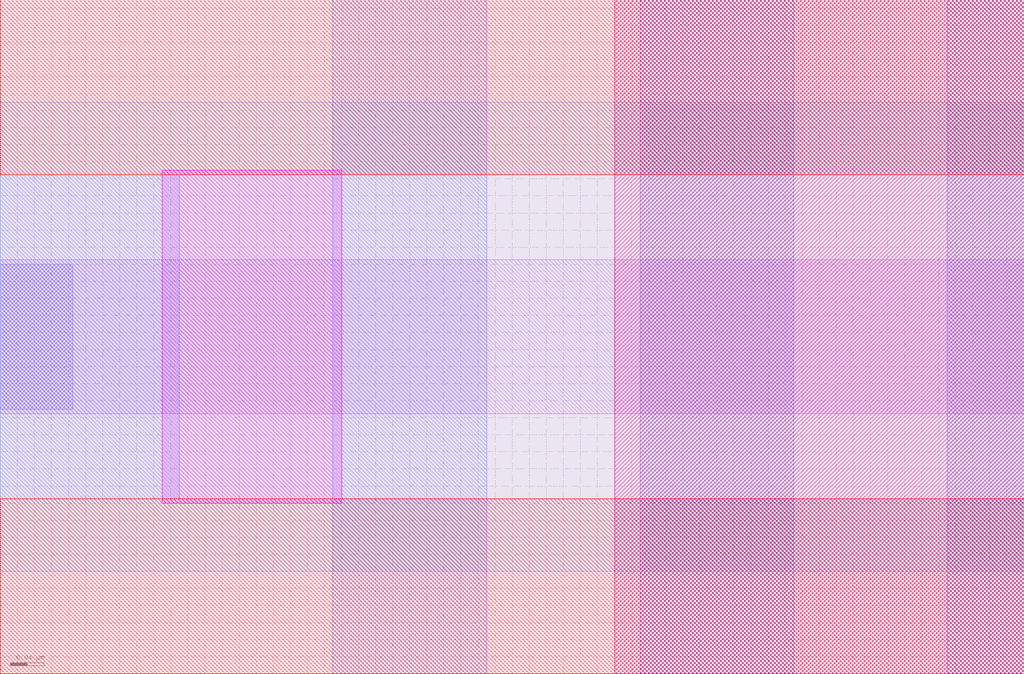
<source format=lef>
# Copyright 2020 The SkyWater PDK Authors
#
# Licensed under the Apache License, Version 2.0 (the "License");
# you may not use this file except in compliance with the License.
# You may obtain a copy of the License at
#
#     https://www.apache.org/licenses/LICENSE-2.0
#
# Unless required by applicable law or agreed to in writing, software
# distributed under the License is distributed on an "AS IS" BASIS,
# WITHOUT WARRANTIES OR CONDITIONS OF ANY KIND, either express or implied.
# See the License for the specific language governing permissions and
# limitations under the License.
#
# SPDX-License-Identifier: Apache-2.0

VERSION 5.7 ;
  NOWIREEXTENSIONATPIN ON ;
  DIVIDERCHAR "/" ;
  BUSBITCHARS "[]" ;
MACRO sky130_fd_bd_sram__sram_dp_horstrap_half
  CLASS BLOCK ;
  FOREIGN sky130_fd_bd_sram__sram_dp_horstrap_half ;
  ORIGIN  0.000000  0.000000 ;
  SIZE  1.200000 BY  0.790000 ;
  OBS
    LAYER li1 ;
      RECT 0.000000 0.305000 1.200000 0.485000 ;
    LAYER mcon ;
      RECT 0.000000 0.310000 0.085000 0.480000 ;
    LAYER met1 ;
      RECT 0.000000 0.205000 0.210000 0.585000 ;
      RECT 0.390000 0.000000 0.570000 0.790000 ;
      RECT 0.750000 0.000000 0.930000 0.790000 ;
      RECT 1.110000 0.000000 1.200000 0.790000 ;
    LAYER met2 ;
      RECT 0.000000 0.120000 1.200000 0.670000 ;
    LAYER met3 ;
      RECT 0.000000 0.000000 1.200000 0.205000 ;
      RECT 0.000000 0.585000 1.200000 0.790000 ;
    LAYER nwell ;
      RECT 0.720000 0.000000 1.200000 0.790000 ;
    LAYER pwell ;
      RECT 0.190000 0.200000 0.400000 0.590000 ;
  END
END sky130_fd_bd_sram__sram_dp_horstrap_half
END LIBRARY

</source>
